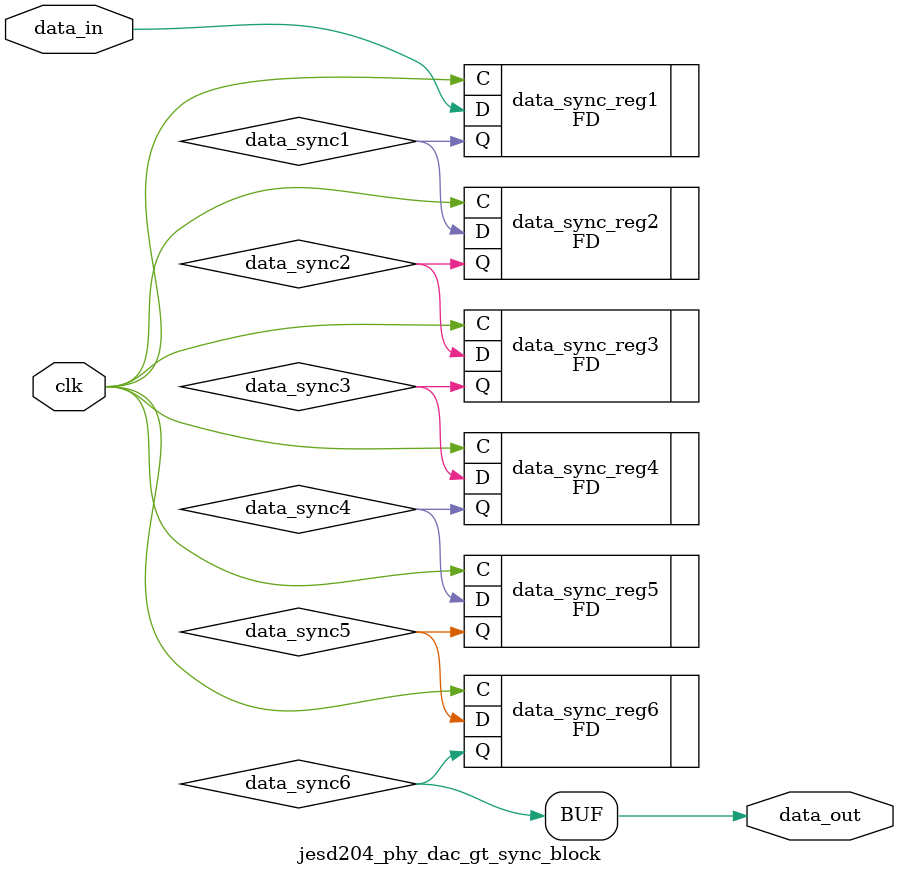
<source format=v>




`timescale 1ps / 1ps

//(* dont_touch = "yes" *)
module jesd204_phy_dac_gt_sync_block #(
  parameter INITIALISE = 6'b000000
)
(
  input        clk,              // clock to be sync'ed to
  input        data_in,          // Data to be 'synced'
  output       data_out          // synced data
);

  // Internal Signals
  wire data_sync1;
  wire data_sync2;
  wire data_sync3;
  wire data_sync4;
  wire data_sync5;
  wire data_sync6;


  (* shreg_extract = "no", ASYNC_REG = "TRUE" *)
  FD #(
    .INIT (INITIALISE[0])
  ) data_sync_reg1 (
    .C  (clk),
    .D  (data_in),
    .Q  (data_sync1)
  );


  (* shreg_extract = "no", ASYNC_REG = "TRUE" *)
  FD #(
   .INIT (INITIALISE[1])
  ) data_sync_reg2 (
  .C  (clk),
  .D  (data_sync1),
  .Q  (data_sync2)
  );


  (* shreg_extract = "no", ASYNC_REG = "TRUE" *)
  FD #(
   .INIT (INITIALISE[2])
  ) data_sync_reg3 (
  .C  (clk),
  .D  (data_sync2),
  .Q  (data_sync3)
  );

  (* shreg_extract = "no", ASYNC_REG = "TRUE" *)
  FD #(
   .INIT (INITIALISE[3])
  ) data_sync_reg4 (
  .C  (clk),
  .D  (data_sync3),
  .Q  (data_sync4)
  );

  (* shreg_extract = "no", ASYNC_REG = "TRUE" *)
  FD #(
   .INIT (INITIALISE[4])
  ) data_sync_reg5 (
  .C  (clk),
  .D  (data_sync4),
  .Q  (data_sync5)
  );

  (* shreg_extract = "no", ASYNC_REG = "TRUE" *)
  FD #(
   .INIT (INITIALISE[5])
  ) data_sync_reg6 (
  .C  (clk),
  .D  (data_sync5),
  .Q  (data_sync6)
  );
  assign data_out = data_sync6;



endmodule

</source>
